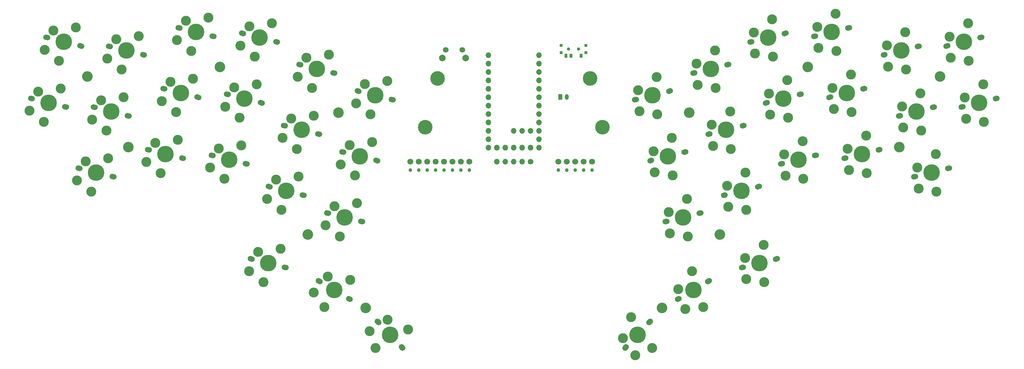
<source format=gts>
G04 #@! TF.GenerationSoftware,KiCad,Pcbnew,8.0.4*
G04 #@! TF.CreationDate,2024-10-20T10:13:08+02:00*
G04 #@! TF.ProjectId,fairyboard,66616972-7962-46f6-9172-642e6b696361,1*
G04 #@! TF.SameCoordinates,Original*
G04 #@! TF.FileFunction,Soldermask,Top*
G04 #@! TF.FilePolarity,Negative*
%FSLAX46Y46*%
G04 Gerber Fmt 4.6, Leading zero omitted, Abs format (unit mm)*
G04 Created by KiCad (PCBNEW 8.0.4) date 2024-10-20 10:13:08*
%MOMM*%
%LPD*%
G01*
G04 APERTURE LIST*
%ADD10R,0.900000X1.250000*%
%ADD11R,0.900000X0.900000*%
%ADD12C,1.000000*%
%ADD13C,1.700000*%
%ADD14C,2.000000*%
%ADD15C,1.701800*%
%ADD16C,3.000000*%
%ADD17C,3.987800*%
%ADD18C,3.200000*%
%ADD19C,5.000000*%
%ADD20O,1.700000X1.700000*%
%ADD21C,1.800000*%
%ADD22C,1.100000*%
%ADD23C,0.700000*%
%ADD24C,4.400000*%
%ADD25O,1.752600X1.752600*%
%ADD26O,1.200000X1.700000*%
%ADD27R,1.200000X1.700000*%
G04 APERTURE END LIST*
D10*
X227481985Y-119199838D03*
X228981985Y-119199838D03*
X231981985Y-119199838D03*
D11*
X233431986Y-116024839D03*
X233431981Y-118224843D03*
D12*
X231231985Y-117124838D03*
X228231985Y-117124838D03*
D11*
X226031989Y-116024833D03*
X226031984Y-118224837D03*
D13*
X191231963Y-117374830D03*
X196231963Y-117374830D03*
D14*
X197231963Y-119874830D03*
X190231963Y-119874830D03*
D15*
X177874121Y-207171163D03*
D16*
X179857123Y-201848973D03*
D17*
X174409569Y-203455892D03*
D16*
X173668796Y-198937160D03*
D15*
X170945017Y-199740621D03*
D18*
X340256642Y-125472639D03*
D15*
X101411446Y-147531870D03*
D16*
X100989386Y-151291439D03*
D19*
X106748072Y-148862440D03*
D16*
X105308637Y-154635700D03*
D15*
X112084698Y-150193010D03*
X263072193Y-148324028D03*
D16*
X259378679Y-144009407D03*
D17*
X258143091Y-149552991D03*
D16*
X253831783Y-148010169D03*
D15*
X253213989Y-150781954D03*
D13*
X216811994Y-151211382D03*
D20*
X214271990Y-151211386D03*
X211731989Y-151211387D03*
X209191988Y-151211386D03*
X206651989Y-151211386D03*
D15*
X130838569Y-151777024D03*
D16*
X129602980Y-146233438D03*
D17*
X125909467Y-150548061D03*
D16*
X122827117Y-147161787D03*
D15*
X120980365Y-149319098D03*
X332355065Y-155784591D03*
D16*
X333747419Y-159302238D03*
D19*
X337691691Y-154454021D03*
D16*
X339131126Y-160227281D03*
D15*
X343028317Y-153123451D03*
X252806465Y-150883561D03*
D16*
X254198819Y-154401208D03*
D19*
X258143091Y-149552991D03*
D16*
X259582526Y-155326251D03*
D15*
X263479717Y-148222421D03*
X342081500Y-116257432D03*
D16*
X343473854Y-119775079D03*
D19*
X347418126Y-114926862D03*
D16*
X348857561Y-120700122D03*
D15*
X352754752Y-113596292D03*
X292217885Y-151878652D03*
D16*
X293610239Y-155396299D03*
D19*
X297554511Y-150548082D03*
D16*
X298993946Y-156321342D03*
D15*
X302891137Y-149217512D03*
X338024283Y-134789444D03*
D16*
X334330769Y-130474823D03*
D17*
X333095181Y-136018407D03*
D16*
X328783873Y-134475585D03*
D15*
X328166079Y-137247370D03*
X276064567Y-121895851D03*
D16*
X272371053Y-117581230D03*
D17*
X271135465Y-123124814D03*
D16*
X266824157Y-121581992D03*
D15*
X266206363Y-124353777D03*
X129765866Y-112346271D03*
D16*
X129343806Y-116105840D03*
D19*
X135102492Y-113676841D03*
D16*
X133663057Y-119450101D03*
D15*
X140439118Y-115007411D03*
D18*
X264639284Y-136338901D03*
D15*
X274991878Y-161326624D03*
D16*
X276384232Y-164844271D03*
D19*
X280328504Y-159996054D03*
D16*
X281767939Y-165769314D03*
D15*
X285665130Y-158665484D03*
X252518943Y-199740611D03*
D16*
X247071383Y-198133692D03*
D17*
X249054390Y-203455883D03*
D16*
X244598338Y-204510065D03*
D15*
X245589837Y-207171155D03*
X142395353Y-140229869D03*
D16*
X141973293Y-143989438D03*
D19*
X147731979Y-141560439D03*
D16*
X146292544Y-147333699D03*
D15*
X153068605Y-142891009D03*
D18*
X149631657Y-173210152D03*
D15*
X333427763Y-116353828D03*
D16*
X329734249Y-112039207D03*
D17*
X328498661Y-117582791D03*
D16*
X324187353Y-116039969D03*
D15*
X323569559Y-118811754D03*
X283024869Y-115007410D03*
D16*
X284417223Y-118525057D03*
D19*
X288361495Y-113676840D03*
D16*
X289800930Y-119450100D03*
D15*
X293698121Y-112346270D03*
X327758555Y-137348977D03*
D16*
X329150909Y-140866624D03*
D19*
X333095181Y-136018407D03*
D16*
X334534616Y-141791667D03*
D15*
X338431807Y-134687837D03*
X261106133Y-192771377D03*
D16*
X263440206Y-195748717D03*
D19*
X265845093Y-189979916D03*
D16*
X268864946Y-195106610D03*
D15*
X270584053Y-187188455D03*
X306782752Y-131757391D03*
D16*
X308175106Y-135275038D03*
D19*
X312119378Y-130426821D03*
D16*
X313558813Y-136200081D03*
D15*
X317456004Y-129096251D03*
X132355597Y-180497139D03*
D16*
X131933537Y-184256708D03*
D19*
X137692223Y-181827709D03*
D16*
X136252788Y-187600969D03*
D15*
X143028849Y-183158279D03*
X164580768Y-129786807D03*
D16*
X164158708Y-133546376D03*
D19*
X169917394Y-131117377D03*
D16*
X168477959Y-136890637D03*
D15*
X175254020Y-132447947D03*
X137798819Y-158665490D03*
D16*
X137376759Y-162425059D03*
D19*
X143135445Y-159996060D03*
D16*
X141696010Y-165769320D03*
D15*
X148472071Y-161326630D03*
D21*
X198351981Y-151211382D03*
X195811986Y-151211377D03*
X193271982Y-151211381D03*
X190731981Y-151211382D03*
X188191980Y-151211381D03*
X185651981Y-151211381D03*
X183111981Y-151211382D03*
X180571981Y-151211382D03*
D22*
X198351982Y-153751382D03*
X195811981Y-153751382D03*
X193271981Y-153751382D03*
X190731981Y-153751382D03*
X188191981Y-153751382D03*
X185651981Y-153751382D03*
X183111980Y-153751382D03*
X180571981Y-153751382D03*
D15*
X321644988Y-147633492D03*
D16*
X317951474Y-143318871D03*
D17*
X316715886Y-148862455D03*
D16*
X312404578Y-147319633D03*
D15*
X311786784Y-150091418D03*
D23*
X236354285Y-125613068D03*
X236167623Y-126862052D03*
X235603110Y-124597913D03*
X235152468Y-127613227D03*
D24*
X234753297Y-126012239D03*
D23*
X234354126Y-124411251D03*
X233903484Y-127426565D03*
X233338971Y-125162426D03*
X233152309Y-126411410D03*
D15*
X270395357Y-142891015D03*
D16*
X271787711Y-146408662D03*
D19*
X275731983Y-141560445D03*
D16*
X277171418Y-147333705D03*
D15*
X281068609Y-140229875D03*
X120870210Y-113220165D03*
D16*
X119634621Y-107676579D03*
D17*
X115941108Y-111991202D03*
D16*
X112858758Y-108604928D03*
D15*
X111012006Y-110762239D03*
X170249971Y-150781953D03*
D16*
X169014382Y-145238367D03*
D17*
X165320869Y-149552990D03*
D16*
X162238519Y-146166716D03*
D15*
X160391767Y-148324027D03*
X159984243Y-148222420D03*
D16*
X159562183Y-151981989D03*
D19*
X165320869Y-149552990D03*
D16*
X163881434Y-155326250D03*
D15*
X170657495Y-150883560D03*
X125169341Y-130781884D03*
D16*
X124747281Y-134541453D03*
D19*
X130505967Y-132112454D03*
D16*
X129066532Y-137885714D03*
D15*
X135842593Y-133443024D03*
X248209959Y-132447946D03*
D16*
X249602313Y-135965593D03*
D19*
X253546585Y-131117376D03*
D16*
X254986020Y-136890636D03*
D15*
X258883211Y-129786806D03*
X85032173Y-134687850D03*
D16*
X84610113Y-138447419D03*
D19*
X90368799Y-136018420D03*
D16*
X88929364Y-141791680D03*
D15*
X95705425Y-137348990D03*
X120572841Y-149217491D03*
D16*
X120150781Y-152977060D03*
D19*
X125909467Y-150548061D03*
D16*
X124470032Y-156321321D03*
D15*
X131246093Y-151878631D03*
X346678012Y-134693055D03*
D16*
X348070366Y-138210702D03*
D19*
X352014638Y-133362485D03*
D16*
X353454073Y-139135745D03*
D15*
X357351264Y-132031915D03*
D18*
X123102580Y-122536975D03*
D15*
X170658578Y-199433447D03*
D16*
X168257001Y-202356617D03*
D19*
X174409569Y-203455892D03*
D16*
X170058013Y-207513784D03*
D15*
X178160560Y-207478337D03*
X140031594Y-114905804D03*
D16*
X138796005Y-109362218D03*
D17*
X135102492Y-113676841D03*
D16*
X132020142Y-110290567D03*
D15*
X130173390Y-112447878D03*
X293290597Y-112447877D03*
D16*
X289597083Y-108133256D03*
D17*
X288361495Y-113676840D03*
D16*
X284050187Y-112134018D03*
D15*
X283432393Y-114905803D03*
X152879908Y-187188467D03*
D16*
X151407453Y-190673340D03*
D19*
X157618868Y-189979928D03*
D16*
X154599015Y-195106622D03*
D15*
X162357828Y-192771389D03*
X285257606Y-158767091D03*
D16*
X281564092Y-154452470D03*
D17*
X280328504Y-159996054D03*
D16*
X276017196Y-158453232D03*
D15*
X275399402Y-161225017D03*
X135435069Y-133341417D03*
D16*
X134199480Y-127797831D03*
D17*
X130505967Y-132112454D03*
D16*
X127423617Y-128726180D03*
D15*
X125576865Y-130883491D03*
X312451976Y-110762241D03*
D16*
X308758462Y-106447620D03*
D17*
X307522874Y-111991204D03*
D16*
X303211566Y-110448382D03*
D15*
X302593772Y-113220167D03*
D23*
X186634454Y-141159902D03*
X185883279Y-142175057D03*
X186447792Y-139910918D03*
X184634295Y-142361719D03*
D24*
X185033466Y-140760731D03*
D23*
X185432637Y-139159743D03*
X183619140Y-141610544D03*
X184183653Y-139346405D03*
X183432478Y-140361560D03*
D15*
X297887089Y-130883481D03*
D16*
X294193575Y-126568860D03*
D17*
X292957987Y-132112444D03*
D16*
X288646679Y-130569622D03*
D15*
X288028885Y-133341407D03*
X146991867Y-121794254D03*
D16*
X146569807Y-125553823D03*
D19*
X152328493Y-123124824D03*
D16*
X150889058Y-128898084D03*
D15*
X157665119Y-124455394D03*
X142621325Y-183056672D03*
D16*
X141385736Y-177513086D03*
D17*
X137692223Y-181827709D03*
D16*
X134609873Y-178441435D03*
D15*
X132763121Y-180598746D03*
X280661085Y-140331482D03*
D16*
X276967571Y-136016861D03*
D17*
X275731983Y-141560445D03*
D16*
X271420675Y-140017623D03*
D15*
X270802881Y-142789408D03*
D18*
X256385688Y-195392121D03*
D15*
X116273704Y-131655787D03*
D16*
X115038115Y-126112201D03*
D17*
X111344602Y-130426824D03*
D16*
X108262252Y-127040550D03*
D15*
X106415500Y-129197861D03*
X287621361Y-133443014D03*
D16*
X289013715Y-136960661D03*
D19*
X292957987Y-132112444D03*
D16*
X294397422Y-137885704D03*
D15*
X298294613Y-130781874D03*
D25*
X206651980Y-146972382D03*
X209191980Y-146972382D03*
X211731980Y-146972382D03*
X214271980Y-146972382D03*
X216811980Y-146972382D03*
D20*
X211731980Y-141892382D03*
X214271980Y-141892382D03*
X216811981Y-141892383D03*
X219351980Y-119032382D03*
X219351980Y-121572382D03*
X219351980Y-124112382D03*
X219351976Y-126652385D03*
X219351980Y-129192382D03*
X219351980Y-131732382D03*
X219351980Y-134272382D03*
X219351973Y-136812382D03*
X219351980Y-139352382D03*
X219351980Y-141892382D03*
X219351980Y-144432382D03*
X219351978Y-146972381D03*
X204111982Y-146972382D03*
X204111980Y-144432382D03*
X204111980Y-141892382D03*
X204111980Y-139352382D03*
X204111984Y-136812379D03*
X204111980Y-134272382D03*
X204111980Y-131732382D03*
X204111980Y-129192382D03*
X204111987Y-126652382D03*
X204111980Y-124112382D03*
X204111980Y-121572382D03*
X204111980Y-119032382D03*
D23*
X190311658Y-126411416D03*
X189560483Y-127426571D03*
X190124996Y-125162432D03*
X188311499Y-127613233D03*
D24*
X188710670Y-126012245D03*
D23*
X189109841Y-124411257D03*
X187296344Y-126862058D03*
X187860857Y-124597919D03*
X187109682Y-125613074D03*
D26*
X227731986Y-131593382D03*
D27*
X225731986Y-131593382D03*
D15*
X280435111Y-183158296D03*
D16*
X281827465Y-186675943D03*
D19*
X285771737Y-181827726D03*
D16*
X287211172Y-187600986D03*
D15*
X291108363Y-180497156D03*
X89628685Y-116252235D03*
D16*
X89206625Y-120011804D03*
D19*
X94965311Y-117582805D03*
D16*
X93525876Y-123356065D03*
D15*
X100301937Y-118913375D03*
D18*
X167078276Y-195392110D03*
D15*
X99894413Y-118811768D03*
D16*
X98658824Y-113268182D03*
D17*
X94965311Y-117582805D03*
D16*
X91882961Y-114196531D03*
D15*
X90036209Y-116353842D03*
D18*
X300361397Y-122536979D03*
D15*
X257402991Y-169319192D03*
D16*
X258795345Y-172836839D03*
D19*
X262739617Y-167988622D03*
D16*
X264179052Y-173761882D03*
D15*
X268076243Y-166658052D03*
D18*
X95517362Y-146783741D03*
D15*
X302186248Y-113321774D03*
D16*
X303578602Y-116839421D03*
D19*
X307522874Y-111991204D03*
D16*
X308962309Y-117764464D03*
D15*
X312859500Y-110660634D03*
X157257595Y-124353787D03*
D16*
X156022006Y-118810201D03*
D17*
X152328493Y-123124824D03*
D16*
X149246143Y-119738550D03*
D15*
X147399391Y-121895861D03*
X323162035Y-118913361D03*
D16*
X324554389Y-122431008D03*
D19*
X328498661Y-117582791D03*
D16*
X329938096Y-123356051D03*
D15*
X333835287Y-116252221D03*
X174846496Y-132346340D03*
D16*
X173610907Y-126802754D03*
D17*
X169917394Y-131117377D03*
D16*
X166835044Y-127731103D03*
D15*
X164988292Y-129888414D03*
X302483613Y-149319119D03*
D16*
X298790099Y-145004498D03*
D17*
X297554511Y-150548082D03*
D16*
X293243203Y-149005260D03*
D15*
X292625409Y-151777045D03*
X258475687Y-129888413D03*
D16*
X254782173Y-125573792D03*
D17*
X253546585Y-131117376D03*
D16*
X249235277Y-129574554D03*
D15*
X248617483Y-132346339D03*
X352347228Y-113697899D03*
D16*
X348653714Y-109383278D03*
D17*
X347418126Y-114926862D03*
D16*
X343106818Y-113384040D03*
D15*
X342489024Y-116155825D03*
X106007976Y-129096254D03*
D16*
X105585916Y-132855823D03*
D19*
X111344602Y-130426824D03*
D16*
X109905167Y-136200084D03*
D15*
X116681228Y-131757394D03*
X267668719Y-166759659D03*
D16*
X263975205Y-162445038D03*
D17*
X262739617Y-167988622D03*
D16*
X258428309Y-166445800D03*
D15*
X257810515Y-169217585D03*
X342620793Y-153225058D03*
D16*
X338927279Y-148910437D03*
D17*
X337691691Y-154454021D03*
D16*
X333380383Y-152911199D03*
D15*
X332762589Y-155682984D03*
D23*
X240031499Y-140361559D03*
X239844837Y-141610543D03*
X239280324Y-139346404D03*
X238829682Y-142361718D03*
D24*
X238430511Y-140760730D03*
D23*
X238031340Y-139159742D03*
X237580698Y-142175056D03*
X237016185Y-139910917D03*
X236829523Y-141159901D03*
D21*
X235331990Y-151211389D03*
X232791990Y-151211389D03*
X230251990Y-151211389D03*
X227711990Y-151211389D03*
X225171989Y-151211388D03*
D22*
X235331990Y-153751389D03*
X232791991Y-153751391D03*
X230251991Y-153751390D03*
X227711990Y-153751389D03*
X225171989Y-153751390D03*
D15*
X161995944Y-192558223D03*
D16*
X162385701Y-186891999D03*
D17*
X157618868Y-189979928D03*
D16*
X155625208Y-185857669D03*
D15*
X153241792Y-187401633D03*
X80974945Y-116155809D03*
D16*
X79739356Y-110612223D03*
D17*
X76045843Y-114926846D03*
D16*
X72963493Y-111540572D03*
D15*
X71116741Y-113697883D03*
X245303394Y-207478326D03*
D16*
X248386975Y-209670145D03*
D19*
X249054390Y-203455883D03*
D16*
X253405946Y-207513775D03*
D15*
X252805386Y-199433440D03*
X110604482Y-110660632D03*
D16*
X110182422Y-114420201D03*
D19*
X115941108Y-111991202D03*
D16*
X114501673Y-117764462D03*
D15*
X121277734Y-113321772D03*
X95297901Y-137247383D03*
D16*
X94062312Y-131703797D03*
D17*
X90368799Y-136018420D03*
D16*
X87286449Y-132632146D03*
D15*
X85439697Y-134789457D03*
X80435645Y-153123462D03*
D16*
X80013585Y-156883031D03*
D19*
X85772271Y-154454032D03*
D16*
X84332836Y-160227292D03*
D15*
X91108897Y-155784602D03*
X76378422Y-134591462D03*
D16*
X75142833Y-129047876D03*
D17*
X71449320Y-133362499D03*
D16*
X68366970Y-129976225D03*
D15*
X66520218Y-132133536D03*
X90701373Y-155682995D03*
D16*
X89465784Y-150139409D03*
D17*
X85772271Y-154454032D03*
D16*
X82689921Y-151067758D03*
D15*
X80843169Y-153225069D03*
X265798839Y-124455384D03*
D16*
X267191193Y-127973031D03*
D19*
X271135465Y-123124814D03*
D16*
X272574900Y-128898074D03*
D15*
X276472091Y-121794244D03*
D18*
X158824686Y-136338908D03*
X83207322Y-125472623D03*
D15*
X148064547Y-161225023D03*
D16*
X146828958Y-155681437D03*
D17*
X143135445Y-159996060D03*
D16*
X140053095Y-156609786D03*
D15*
X138206343Y-158767097D03*
D18*
X327946609Y-146783727D03*
D15*
X66112694Y-132031929D03*
D16*
X65690634Y-135791498D03*
D19*
X71449320Y-133362499D03*
D16*
X70009885Y-139135759D03*
D15*
X76785946Y-134693069D03*
X290700839Y-180598763D03*
D16*
X287007325Y-176284142D03*
D17*
X285771737Y-181827726D03*
D16*
X281460429Y-180284904D03*
D15*
X280842635Y-183056689D03*
X317048480Y-129197858D03*
D16*
X313354966Y-124883237D03*
D17*
X312119378Y-130426821D03*
D16*
X307808070Y-128883999D03*
D15*
X307190276Y-131655784D03*
X165653464Y-169217580D03*
D16*
X164417875Y-163673994D03*
D17*
X160724362Y-167988617D03*
D16*
X157642012Y-164602343D03*
D15*
X155795260Y-166759654D03*
X111677174Y-150091403D03*
D16*
X110441585Y-144547817D03*
D17*
X106748072Y-148862440D03*
D16*
X103665722Y-145476166D03*
D15*
X101818970Y-147633477D03*
X152661081Y-142789402D03*
D16*
X151425492Y-137245816D03*
D17*
X147731979Y-141560439D03*
D16*
X144649629Y-138174165D03*
D15*
X142802877Y-140331476D03*
X311379260Y-150193025D03*
D16*
X312771614Y-153710672D03*
D19*
X316715886Y-148862455D03*
D16*
X318155321Y-154635715D03*
D15*
X322052512Y-147531885D03*
X356943740Y-132133522D03*
D16*
X353250226Y-127818901D03*
D17*
X352014638Y-133362485D03*
D16*
X347703330Y-131819663D03*
D15*
X347085536Y-134591448D03*
D18*
X273832318Y-173210152D03*
D15*
X270222169Y-187401621D03*
D16*
X265455336Y-184313692D03*
D17*
X265845093Y-189979916D03*
D16*
X261273138Y-189725099D03*
D15*
X261468017Y-192558211D03*
X155387736Y-166658047D03*
D16*
X154965676Y-170417616D03*
D19*
X160724362Y-167988617D03*
D16*
X159284927Y-173761877D03*
D15*
X166060988Y-169319187D03*
X70709217Y-113596276D03*
D16*
X70287157Y-117355845D03*
D19*
X76045843Y-114926846D03*
D16*
X74606408Y-120700106D03*
D15*
X81382469Y-116257416D03*
M02*

</source>
